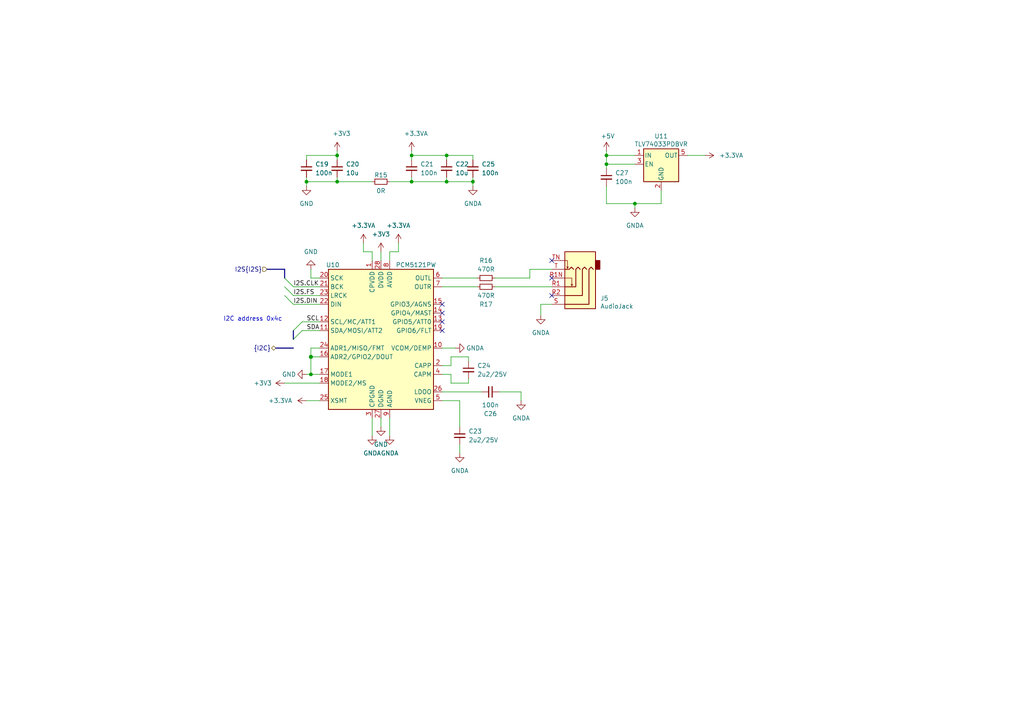
<source format=kicad_sch>
(kicad_sch (version 20210406) (generator eeschema)
  (paper "A4")
  (title_block (title "Audio") (date "2021-01-12") (rev "0.1") (company "Nabu Casa") (comment 1 "www.nabucasa.com") (comment 2 "Light Blue"))
  (lib_symbols
    (symbol "Audio:PCM5121PW"
      (property "Reference" "U" (at -13.97 21.59 0))
      (property "Value" "PCM5121PW" (at 10.16 21.59 0))
      (symbol "PCM5121PW_0_1"
        (rectangle (start -15.24 20.32) (end 15.24 -20.32) (stroke (width 0.254)) (fill (type background)))
      )
      (symbol "PCM5121PW_1_1"
        (pin power_in line (at -2.54 22.86 270) (length 2.54) (name "CPVDD") (number "1"))
        (pin bidirectional line (at 17.78 -2.54 180) (length 2.54) (name "VCOM/DEMP") (number "10"))
        (pin bidirectional line (at -17.78 2.54 0) (length 2.54) (name "SDA/MOSI/ATT2") (number "11"))
        (pin input line (at -17.78 5.08 0) (length 2.54) (name "SCL/MC/ATT1") (number "12"))
        (pin bidirectional line (at 17.78 5.08 180) (length 2.54) (name "GPIO5/ATT0") (number "13"))
        (pin bidirectional line (at 17.78 7.62 180) (length 2.54) (name "GPIO4/MAST") (number "14"))
        (pin bidirectional line (at 17.78 10.16 180) (length 2.54) (name "GPIO3/AGNS") (number "15"))
        (pin bidirectional line (at -17.78 -5.08 0) (length 2.54) (name "ADR2/GPIO2/DOUT") (number "16"))
        (pin input line (at -17.78 -10.16 0) (length 2.54) (name "MODE1") (number "17"))
        (pin input line (at -17.78 -12.7 0) (length 2.54) (name "MODE2/MS") (number "18"))
        (pin bidirectional line (at 17.78 2.54 180) (length 2.54) (name "GPIO6/FLT") (number "19"))
        (pin passive line (at 17.78 -7.62 180) (length 2.54) (name "CAPP") (number "2"))
        (pin input line (at -17.78 17.78 0) (length 2.54) (name "SCK") (number "20"))
        (pin bidirectional line (at -17.78 15.24 0) (length 2.54) (name "BCK") (number "21"))
        (pin input line (at -17.78 10.16 0) (length 2.54) (name "DIN") (number "22"))
        (pin bidirectional line (at -17.78 12.7 0) (length 2.54) (name "LRCK") (number "23"))
        (pin bidirectional line (at -17.78 -2.54 0) (length 2.54) (name "ADR1/MISO/FMT") (number "24"))
        (pin input line (at -17.78 -17.78 0) (length 2.54) (name "XSMT") (number "25"))
        (pin passive line (at 17.78 -15.24 180) (length 2.54) (name "LDOO") (number "26"))
        (pin power_in line (at 0 -22.86 90) (length 2.54) (name "DGND") (number "27"))
        (pin power_in line (at 0 22.86 270) (length 2.54) (name "DVDD") (number "28"))
        (pin power_in line (at -2.54 -22.86 90) (length 2.54) (name "CPGND") (number "3"))
        (pin passive line (at 17.78 -10.16 180) (length 2.54) (name "CAPM") (number "4"))
        (pin passive line (at 17.78 -17.78 180) (length 2.54) (name "VNEG") (number "5"))
        (pin output line (at 17.78 17.78 180) (length 2.54) (name "OUTL") (number "6"))
        (pin output line (at 17.78 15.24 180) (length 2.54) (name "OUTR") (number "7"))
        (pin power_in line (at 2.54 22.86 270) (length 2.54) (name "AVDD") (number "8"))
        (pin power_in line (at 2.54 -22.86 90) (length 2.54) (name "AGND") (number "9"))
      )
    )
    (symbol "Connector:AudioJack4_SwitchTR1"
      (property "Reference" "J" (at 0 11.43 0))
      (property "Value" "AudioJack4_SwitchTR1" (at 0 8.89 0))
      (symbol "AudioJack4_SwitchTR1_0_1"
        (rectangle (start -7.62 -5.08) (end -8.89 -7.62) (stroke (width 0.254)) (fill (type outline)))
        (rectangle (start 1.27 6.35) (end -7.62 -10.16) (stroke (width 0.254)) (fill (type background)))
        (polyline (pts (xy 1.27 -5.08) (xy 2.54 -5.08)))
        (polyline (pts (xy 1.27 2.54) (xy 2.54 2.54)))
        (polyline (pts (xy 2.54 0) (xy 1.27 0)))
        (polyline (pts (xy 2.54 5.08) (xy 1.27 5.08)))
      )
      (symbol "AudioJack4_SwitchTR1_1_1"
        (polyline (pts (xy -0.762 -0.254) (xy -0.508 -0.762)))
        (polyline (pts (xy 0.508 -5.334) (xy 0.762 -5.842)))
        (polyline (pts (xy -1.27 -5.08) (xy -0.635 -5.715) (xy 0 -5.08) (xy 1.27 -5.08)) (stroke (width 0.254)))
        (polyline (pts (xy 2.54 -7.62) (xy 0.508 -7.62) (xy 0.508 -5.334) (xy 0.254 -5.842)))
        (polyline (pts (xy 2.54 -2.54) (xy -0.762 -2.54) (xy -0.762 -0.254) (xy -1.016 -0.762)))
        (polyline (pts (xy -3.175 -5.08) (xy -2.54 -5.715) (xy -1.905 -5.08) (xy -1.905 0) (xy 1.27 0)) (stroke (width 0.254)))
        (polyline (pts (xy 1.27 2.54) (xy -3.81 2.54) (xy -3.81 -5.08) (xy -4.445 -5.715) (xy -5.08 -5.08)) (stroke (width 0.254)))
        (polyline (pts (xy 1.27 5.08) (xy -5.715 5.08) (xy -5.715 -5.08) (xy -6.35 -5.715) (xy -6.985 -5.08)) (stroke (width 0.254)))
        (pin passive line (at 5.08 0 180) (length 2.54) (name "~") (number "R1"))
        (pin passive line (at 5.08 -2.54 180) (length 2.54) (name "~") (number "R1N"))
        (pin passive line (at 5.08 2.54 180) (length 2.54) (name "~") (number "R2"))
        (pin passive line (at 5.08 5.08 180) (length 2.54) (name "~") (number "S"))
        (pin passive line (at 5.08 -5.08 180) (length 2.54) (name "~") (number "T"))
        (pin passive line (at 5.08 -7.62 180) (length 2.54) (name "~") (number "TN"))
      )
    )
    (symbol "Device:C_Small" (pin_numbers hide) (pin_names (offset 0.254) hide)
      (property "Reference" "C" (at 0.254 1.778 0))
      (property "Value" "C_Small" (at 0.254 -2.032 0))
      (symbol "C_Small_0_1"
        (polyline (pts (xy -1.524 -0.508) (xy 1.524 -0.508)) (stroke (width 0.3302)))
        (polyline (pts (xy -1.524 0.508) (xy 1.524 0.508)) (stroke (width 0.3048)))
      )
      (symbol "C_Small_1_1"
        (pin passive line (at 0 2.54 270) (length 2.032) (name "~") (number "1"))
        (pin passive line (at 0 -2.54 90) (length 2.032) (name "~") (number "2"))
      )
    )
    (symbol "Device:R_Small" (pin_numbers hide) (pin_names (offset 0.254) hide)
      (property "Reference" "R" (at 0.762 0.508 0))
      (property "Value" "R_Small" (at 0.762 -1.016 0))
      (symbol "R_Small_0_1"
        (rectangle (start -0.762 1.778) (end 0.762 -1.778) (stroke (width 0.2032)))
      )
      (symbol "R_Small_1_1"
        (pin passive line (at 0 2.54 270) (length 0.762) (name "~") (number "1"))
        (pin passive line (at 0 -2.54 90) (length 0.762) (name "~") (number "2"))
      )
    )
    (symbol "Regulator_Linear:TLV73333PDBV" (pin_names (offset 0.254))
      (property "Reference" "U" (at -3.81 5.715 0))
      (property "Value" "TLV73333PDBV" (at 0 5.715 0))
      (symbol "TLV73333PDBV_0_1"
        (rectangle (start -5.08 4.445) (end 5.08 -5.08) (stroke (width 0.254)) (fill (type background)))
      )
      (symbol "TLV73333PDBV_1_1"
        (pin power_in line (at -7.62 2.54 0) (length 2.54) (name "IN") (number "1"))
        (pin power_in line (at 0 -7.62 90) (length 2.54) (name "GND") (number "2"))
        (pin input line (at -7.62 0 0) (length 2.54) (name "EN") (number "3"))
        (pin no_connect line (at 5.08 0 180) (length 2.54) hide (name "NC") (number "4"))
        (pin power_out line (at 7.62 2.54 180) (length 2.54) (name "OUT") (number "5"))
      )
    )
    (symbol "power:+3.3V" (power) (pin_names (offset 0))
      (property "Value" "+3.3V" (at 0 3.556 0))
      (symbol "+3.3V_0_1"
        (polyline (pts (xy -0.762 1.27) (xy 0 2.54)))
        (polyline (pts (xy 0 0) (xy 0 2.54)))
        (polyline (pts (xy 0 2.54) (xy 0.762 1.27)))
      )
      (symbol "+3.3V_1_1"
        (pin power_in line (at 0 0 90) (length 0) hide (name "+3V3") (number "1"))
      )
    )
    (symbol "power:+3.3VA" (power) (pin_names (offset 0))
      (property "Value" "+3.3VA" (at 0 3.556 0))
      (symbol "+3.3VA_0_1"
        (polyline (pts (xy -0.762 1.27) (xy 0 2.54)))
        (polyline (pts (xy 0 0) (xy 0 2.54)))
        (polyline (pts (xy 0 2.54) (xy 0.762 1.27)))
      )
      (symbol "+3.3VA_1_1"
        (pin power_in line (at 0 0 90) (length 0) hide (name "+3.3VA") (number "1"))
      )
    )
    (symbol "power:+5V" (power) (pin_names (offset 0))
      (property "Value" "+5V" (at 0 3.556 0))
      (symbol "+5V_0_1"
        (polyline (pts (xy -0.762 1.27) (xy 0 2.54)))
        (polyline (pts (xy 0 0) (xy 0 2.54)))
        (polyline (pts (xy 0 2.54) (xy 0.762 1.27)))
      )
      (symbol "+5V_1_1"
        (pin power_in line (at 0 0 90) (length 0) hide (name "+5V") (number "1"))
      )
    )
    (symbol "power:GND" (power) (pin_names (offset 0))
      (property "Value" "GND" (at 0 -3.81 0))
      (symbol "GND_0_1"
        (polyline (pts (xy 0 0) (xy 0 -1.27) (xy 1.27 -1.27) (xy 0 -2.54) (xy -1.27 -1.27) (xy 0 -1.27)))
      )
      (symbol "GND_1_1"
        (pin power_in line (at 0 0 270) (length 0) hide (name "GND") (number "1"))
      )
    )
    (symbol "power:GNDA" (power) (pin_names (offset 0))
      (property "Value" "GNDA" (at 0 -3.81 0))
      (symbol "GNDA_0_1"
        (polyline (pts (xy 0 0) (xy 0 -1.27) (xy 1.27 -1.27) (xy 0 -2.54) (xy -1.27 -1.27) (xy 0 -1.27)))
      )
      (symbol "GNDA_1_1"
        (pin power_in line (at 0 0 270) (length 0) hide (name "GNDA") (number "1"))
      )
    )
  )
  (bus_alias "I2S" (members "CLK" "FS" "DIN"))
  (junction (at 88.9 52.705) (diameter 0.9144))
  (junction (at 90.17 103.505) (diameter 1.016))
  (junction (at 90.17 108.585) (diameter 0.9144))
  (junction (at 97.79 45.085) (diameter 0.9144))
  (junction (at 97.79 52.705) (diameter 0.9144))
  (junction (at 119.38 45.085) (diameter 0.9144))
  (junction (at 119.38 52.705) (diameter 0.9144))
  (junction (at 129.54 45.085) (diameter 0.9144))
  (junction (at 129.54 52.705) (diameter 0.9144))
  (junction (at 137.16 52.705) (diameter 0.9144))
  (junction (at 175.895 45.085) (diameter 0.9144))
  (junction (at 175.895 47.625) (diameter 0.9144))
  (junction (at 184.15 59.055) (diameter 0.9144))
  (no_connect (at 128.27 88.265))
  (no_connect (at 128.27 90.805))
  (no_connect (at 128.27 93.345))
  (no_connect (at 128.27 95.885))
  (no_connect (at 160.02 75.565))
  (no_connect (at 160.02 80.645))
  (no_connect (at 160.02 85.725))
  (bus_entry (at 82.55 80.645) (size 2.54 2.54) (stroke (width 0.1524)))
  (bus_entry (at 82.55 83.185) (size 2.54 2.54) (stroke (width 0.1524)))
  (bus_entry (at 82.55 85.725) (size 2.54 2.54) (stroke (width 0.1524)))
  (bus_entry (at 85.09 95.885) (size 2.54 -2.54) (stroke (width 0.1524)))
  (bus_entry (at 85.09 98.425) (size 2.54 -2.54) (stroke (width 0.1524)))
  (wire (pts (xy 82.55 111.125) (xy 92.71 111.125)))
  (wire (pts (xy 85.09 83.185) (xy 92.71 83.185)))
  (wire (pts (xy 85.09 85.725) (xy 92.71 85.725)))
  (wire (pts (xy 85.09 88.265) (xy 92.71 88.265)))
  (wire (pts (xy 87.63 93.345) (xy 92.71 93.345)))
  (wire (pts (xy 87.63 95.885) (xy 92.71 95.885)))
  (wire (pts (xy 88.9 45.085) (xy 97.79 45.085)))
  (wire (pts (xy 88.9 46.355) (xy 88.9 45.085)))
  (wire (pts (xy 88.9 51.435) (xy 88.9 52.705)))
  (wire (pts (xy 88.9 52.705) (xy 88.9 53.975)))
  (wire (pts (xy 88.9 52.705) (xy 97.79 52.705)))
  (wire (pts (xy 88.9 108.585) (xy 90.17 108.585)))
  (wire (pts (xy 88.9 116.205) (xy 92.71 116.205)))
  (wire (pts (xy 90.17 78.105) (xy 90.17 80.645)))
  (wire (pts (xy 90.17 100.965) (xy 90.17 103.505)))
  (wire (pts (xy 90.17 103.505) (xy 90.17 108.585)))
  (wire (pts (xy 92.71 80.645) (xy 90.17 80.645)))
  (wire (pts (xy 92.71 100.965) (xy 90.17 100.965)))
  (wire (pts (xy 92.71 103.505) (xy 90.17 103.505)))
  (wire (pts (xy 92.71 108.585) (xy 90.17 108.585)))
  (wire (pts (xy 97.79 43.815) (xy 97.79 45.085)))
  (wire (pts (xy 97.79 45.085) (xy 97.79 46.355)))
  (wire (pts (xy 97.79 51.435) (xy 97.79 52.705)))
  (wire (pts (xy 97.79 52.705) (xy 107.95 52.705)))
  (wire (pts (xy 105.41 73.025) (xy 105.41 70.485)))
  (wire (pts (xy 107.95 73.025) (xy 105.41 73.025)))
  (wire (pts (xy 107.95 75.565) (xy 107.95 73.025)))
  (wire (pts (xy 107.95 121.285) (xy 107.95 126.365)))
  (wire (pts (xy 110.49 75.565) (xy 110.49 73.025)))
  (wire (pts (xy 110.49 121.285) (xy 110.49 123.825)))
  (wire (pts (xy 113.03 52.705) (xy 119.38 52.705)))
  (wire (pts (xy 113.03 73.025) (xy 115.57 73.025)))
  (wire (pts (xy 113.03 75.565) (xy 113.03 73.025)))
  (wire (pts (xy 113.03 121.285) (xy 113.03 126.365)))
  (wire (pts (xy 115.57 73.025) (xy 115.57 70.485)))
  (wire (pts (xy 119.38 43.815) (xy 119.38 45.085)))
  (wire (pts (xy 119.38 45.085) (xy 119.38 46.355)))
  (wire (pts (xy 119.38 45.085) (xy 129.54 45.085)))
  (wire (pts (xy 119.38 51.435) (xy 119.38 52.705)))
  (wire (pts (xy 119.38 52.705) (xy 129.54 52.705)))
  (wire (pts (xy 128.27 80.645) (xy 138.43 80.645)))
  (wire (pts (xy 128.27 83.185) (xy 138.43 83.185)))
  (wire (pts (xy 128.27 100.965) (xy 132.08 100.965)))
  (wire (pts (xy 128.27 106.045) (xy 130.81 106.045)))
  (wire (pts (xy 128.27 108.585) (xy 130.81 108.585)))
  (wire (pts (xy 128.27 113.665) (xy 139.7 113.665)))
  (wire (pts (xy 128.27 116.205) (xy 133.35 116.205)))
  (wire (pts (xy 129.54 45.085) (xy 129.54 46.355)))
  (wire (pts (xy 129.54 52.705) (xy 129.54 51.435)))
  (wire (pts (xy 129.54 52.705) (xy 137.16 52.705)))
  (wire (pts (xy 130.81 103.505) (xy 135.89 103.505)))
  (wire (pts (xy 130.81 106.045) (xy 130.81 103.505)))
  (wire (pts (xy 130.81 108.585) (xy 130.81 111.125)))
  (wire (pts (xy 130.81 111.125) (xy 135.89 111.125)))
  (wire (pts (xy 133.35 116.205) (xy 133.35 123.825)))
  (wire (pts (xy 133.35 128.905) (xy 133.35 131.445)))
  (wire (pts (xy 135.89 103.505) (xy 135.89 104.775)))
  (wire (pts (xy 135.89 111.125) (xy 135.89 109.855)))
  (wire (pts (xy 137.16 45.085) (xy 129.54 45.085)))
  (wire (pts (xy 137.16 46.355) (xy 137.16 45.085)))
  (wire (pts (xy 137.16 51.435) (xy 137.16 52.705)))
  (wire (pts (xy 137.16 52.705) (xy 137.16 53.975)))
  (wire (pts (xy 143.51 80.645) (xy 153.67 80.645)))
  (wire (pts (xy 143.51 83.185) (xy 160.02 83.185)))
  (wire (pts (xy 144.78 113.665) (xy 151.13 113.665)))
  (wire (pts (xy 151.13 113.665) (xy 151.13 116.205)))
  (wire (pts (xy 153.67 78.105) (xy 160.02 78.105)))
  (wire (pts (xy 153.67 80.645) (xy 153.67 78.105)))
  (wire (pts (xy 156.845 88.265) (xy 160.02 88.265)))
  (wire (pts (xy 156.845 91.44) (xy 156.845 88.265)))
  (wire (pts (xy 175.895 43.815) (xy 175.895 45.085)))
  (wire (pts (xy 175.895 45.085) (xy 175.895 47.625)))
  (wire (pts (xy 175.895 45.085) (xy 184.15 45.085)))
  (wire (pts (xy 175.895 47.625) (xy 175.895 48.895)))
  (wire (pts (xy 175.895 47.625) (xy 184.15 47.625)))
  (wire (pts (xy 175.895 53.975) (xy 175.895 59.055)))
  (wire (pts (xy 175.895 59.055) (xy 184.15 59.055)))
  (wire (pts (xy 184.15 59.055) (xy 184.15 60.325)))
  (wire (pts (xy 184.15 59.055) (xy 191.77 59.055)))
  (wire (pts (xy 191.77 59.055) (xy 191.77 55.245)))
  (wire (pts (xy 199.39 45.085) (xy 204.47 45.085)))
  (bus (pts (xy 77.47 78.105) (xy 82.55 78.105)))
  (bus (pts (xy 80.01 100.965) (xy 85.09 100.965)))
  (bus (pts (xy 82.55 78.105) (xy 82.55 85.725)))
  (bus (pts (xy 85.09 95.885) (xy 85.09 100.965)))
  (text "I2C address 0x4c" (at 64.77 93.345 0) (effects (font (size 1.27 1.27)) (justify left bottom)))
  (label "I2S.CLK" (at 85.09 83.185 0))
  (label "I2S.FS" (at 85.09 85.725 0))
  (label "I2S.DIN" (at 85.09 88.265 0))
  (label "SCL" (at 88.9 93.345 0))
  (label "SDA" (at 88.9 95.885 0))
  (hierarchical_label "I2S{I2S}" (shape input) (at 77.47 78.105 180))
  (hierarchical_label "{I2C}" (shape bidirectional) (at 80.01 100.965 180))
  (symbol (lib_id "power:+3.3V") (at 82.55 111.125 90) (unit 1)
    (property "Reference" "#PWR0157" (effects hide))
    (property "Value" "+3.3V" (at 76.2 111.125 90))
  )
  (symbol (lib_id "power:+3.3VA") (at 88.9 116.205 90) (unit 1)
    (property "Reference" "#PWR0158" (effects hide))
    (property "Value" "+3.3VA" (at 81.28 116.205 90))
  )
  (symbol (lib_id "power:+3.3V") (at 97.79 43.815 0) (unit 1)
    (property "Reference" "#PWR0164" (effects hide))
    (property "Value" "+3.3V" (at 99.06 38.735 0))
  )
  (symbol (lib_id "power:+3.3VA") (at 105.41 70.485 0) (unit 1)
    (property "Reference" "#PWR0161" (effects hide))
    (property "Value" "+3.3VA" (at 105.41 65.405 0))
  )
  (symbol (lib_id "power:+3.3V") (at 110.49 73.025 0) (unit 1)
    (property "Reference" "#PWR0162" (effects hide))
    (property "Value" "+3.3V" (at 110.49 67.945 0))
  )
  (symbol (lib_id "power:+3.3VA") (at 115.57 70.485 0) (unit 1)
    (property "Reference" "#PWR0163" (effects hide))
    (property "Value" "+3.3VA" (at 115.57 65.405 0))
  )
  (symbol (lib_id "power:+3.3VA") (at 119.38 43.815 0) (unit 1)
    (property "Reference" "#PWR0165" (effects hide))
    (property "Value" "+3.3VA" (at 120.65 38.735 0))
  )
  (symbol (lib_id "power:+5V") (at 175.895 43.815 0) (unit 1)
    (property "Reference" "#PWR0175" (effects hide))
    (property "Value" "+5V" (at 176.2633 39.4906 0))
  )
  (symbol (lib_id "power:+3.3VA") (at 204.47 45.085 270) (unit 1)
    (property "Reference" "#PWR0178" (effects hide))
    (property "Value" "+3.3VA" (at 212.09 45.085 90))
  )
  (symbol (lib_id "power:GND") (at 88.9 53.975 0) (unit 1)
    (property "Reference" "#PWR0166" (effects hide))
    (property "Value" "GND" (at 88.9 59.055 0))
  )
  (symbol (lib_id "power:GND") (at 88.9 108.585 270) (unit 1)
    (property "Reference" "#PWR0159" (effects hide))
    (property "Value" "GND" (at 83.82 108.585 90))
  )
  (symbol (lib_id "power:GND") (at 90.17 78.105 180) (unit 1)
    (property "Reference" "#PWR0160" (effects hide))
    (property "Value" "GND" (at 90.17 73.025 0))
  )
  (symbol (lib_id "power:GNDA") (at 107.95 126.365 0) (unit 1)
    (property "Reference" "#PWR0168" (effects hide))
    (property "Value" "GNDA" (at 107.95 131.445 0))
  )
  (symbol (lib_id "power:GND") (at 110.49 123.825 0) (unit 1)
    (property "Reference" "#PWR0169" (effects hide))
    (property "Value" "GND" (at 110.49 128.905 0))
  )
  (symbol (lib_id "power:GNDA") (at 113.03 126.365 0) (unit 1)
    (property "Reference" "#PWR0170" (effects hide))
    (property "Value" "GNDA" (at 113.03 131.445 0))
  )
  (symbol (lib_id "power:GNDA") (at 132.08 100.965 90) (unit 1)
    (property "Reference" "#PWR0171" (effects hide))
    (property "Value" "GNDA" (at 137.795 100.965 90))
  )
  (symbol (lib_id "power:GNDA") (at 133.35 131.445 0) (unit 1)
    (property "Reference" "#PWR0172" (effects hide))
    (property "Value" "GNDA" (at 133.35 136.525 0))
  )
  (symbol (lib_id "power:GNDA") (at 137.16 53.975 0) (unit 1)
    (property "Reference" "#PWR0174" (effects hide))
    (property "Value" "GNDA" (at 137.16 59.055 0))
  )
  (symbol (lib_id "power:GNDA") (at 151.13 116.205 0) (unit 1)
    (property "Reference" "#PWR0173" (effects hide))
    (property "Value" "GNDA" (at 151.13 121.285 0))
  )
  (symbol (lib_id "power:GNDA") (at 156.845 91.44 0) (unit 1)
    (property "Reference" "#PWR0167" (effects hide))
    (property "Value" "GNDA" (at 156.845 96.52 0))
  )
  (symbol (lib_id "power:GNDA") (at 184.15 60.325 0) (unit 1)
    (property "Reference" "#PWR0176" (effects hide))
    (property "Value" "GNDA" (at 184.15 65.405 0))
  )
  (symbol (lib_id "Device:R_Small") (at 110.49 52.705 270) (unit 1)
    (property "Reference" "R15" (at 110.49 50.7938 90))
    (property "Value" "0R" (at 110.49 55.353 90))
    (property "Footprint" "Resistor_SMD:R_0402_1005Metric" (effects hide))
    (property "Config" "+Audio" (effects hide))
  )
  (symbol (lib_id "Device:R_Small") (at 140.97 80.645 90) (unit 1)
    (property "Reference" "R16" (at 140.97 75.565 90))
    (property "Value" "470R" (at 140.97 78.105 90))
    (property "Footprint" "Resistor_SMD:R_0402_1005Metric" (effects hide))
    (property "Config" "+Audio" (effects hide))
  )
  (symbol (lib_id "Device:R_Small") (at 140.97 83.185 90) (unit 1)
    (property "Reference" "R17" (at 140.97 88.265 90))
    (property "Value" "470R" (at 140.97 85.725 90))
    (property "Footprint" "Resistor_SMD:R_0402_1005Metric" (effects hide))
    (property "Config" "+Audio" (effects hide))
  )
  (symbol (lib_id "Device:C_Small") (at 88.9 48.895 0) (unit 1)
    (property "Reference" "C19" (at 91.44 47.625 0) (effects (justify left)))
    (property "Value" "100n" (at 91.44 50.165 0) (effects (justify left)))
    (property "Footprint" "Capacitor_SMD:C_0402_1005Metric" (effects hide))
    (property "Config" "+Audio" (effects hide))
  )
  (symbol (lib_id "Device:C_Small") (at 97.79 48.895 0) (unit 1)
    (property "Reference" "C20" (at 100.33 47.625 0) (effects (justify left)))
    (property "Value" "10u" (at 100.33 50.165 0) (effects (justify left)))
    (property "Footprint" "Capacitor_SMD:C_0805_2012Metric" (effects hide))
    (property "Config" "+Audio" (effects hide))
  )
  (symbol (lib_id "Device:C_Small") (at 119.38 48.895 0) (unit 1)
    (property "Reference" "C21" (at 121.92 47.625 0) (effects (justify left)))
    (property "Value" "100n" (at 121.92 50.165 0) (effects (justify left)))
    (property "Footprint" "Capacitor_SMD:C_0402_1005Metric" (effects hide))
    (property "Config" "+Audio" (effects hide))
  )
  (symbol (lib_id "Device:C_Small") (at 129.54 48.895 0) (unit 1)
    (property "Reference" "C22" (at 132.08 47.625 0) (effects (justify left)))
    (property "Value" "10u" (at 132.08 50.165 0) (effects (justify left)))
    (property "Footprint" "Capacitor_SMD:C_0805_2012Metric" (effects hide))
    (property "Config" "+Audio" (effects hide))
  )
  (symbol (lib_id "Device:C_Small") (at 133.35 126.365 0) (mirror y) (unit 1)
    (property "Reference" "C23" (at 135.89 125.095 0) (effects (justify right)))
    (property "Value" "2u2/25V" (at 135.89 127.635 0) (effects (justify right)))
    (property "Footprint" "Capacitor_SMD:C_0402_1005Metric" (effects hide))
    (property "Config" "+Audio" (effects hide))
  )
  (symbol (lib_id "Device:C_Small") (at 135.89 107.315 0) (unit 1)
    (property "Reference" "C24" (at 138.43 106.045 0) (effects (justify left)))
    (property "Value" "2u2/25V" (at 138.43 108.585 0) (effects (justify left)))
    (property "Footprint" "Capacitor_SMD:C_0402_1005Metric" (effects hide))
    (property "Config" "+Audio" (effects hide))
  )
  (symbol (lib_id "Device:C_Small") (at 137.16 48.895 0) (unit 1)
    (property "Reference" "C25" (at 139.7 47.625 0) (effects (justify left)))
    (property "Value" "100n" (at 139.7 50.165 0) (effects (justify left)))
    (property "Footprint" "Capacitor_SMD:C_0402_1005Metric" (effects hide))
    (property "Config" "+Audio" (effects hide))
  )
  (symbol (lib_id "Device:C_Small") (at 142.24 113.665 270) (unit 1)
    (property "Reference" "C26" (at 142.24 120.015 90))
    (property "Value" "100n" (at 142.24 117.475 90))
    (property "Footprint" "Capacitor_SMD:C_0402_1005Metric" (effects hide))
    (property "Config" "+Audio" (effects hide))
  )
  (symbol (lib_id "Device:C_Small") (at 175.895 51.435 0) (unit 1)
    (property "Reference" "C27" (at 178.435 50.165 0) (effects (justify left)))
    (property "Value" "100n" (at 178.435 52.705 0) (effects (justify left)))
    (property "Footprint" "Capacitor_SMD:C_0402_1005Metric" (effects hide))
  )
  (symbol (lib_id "Regulator_Linear:TLV73333PDBV") (at 191.77 47.625 0) (unit 1)
    (property "Reference" "U11" (at 191.77 39.5032 0))
    (property "Value" "TLV74033PDBVR" (at 191.77 41.8019 0))
    (property "Footprint" "Package_TO_SOT_SMD:SOT-23-5" (effects hide))
    (property "Datasheet" "https://media.digikey.com/pdf/Data%20Sheets/TDK%20PDFs/TLV740P_DS.pdf" (effects hide))
    (property "Manufacturer" "Texas Instruments" (effects hide))
    (property "PartNumber" "TLV74033PDBVR" (effects hide))
    (property "Config" "+Audio" (effects hide))
  )
  (symbol (lib_id "Connector:AudioJack4_SwitchTR1") (at 165.1 83.185 180) (unit 1)
    (property "Reference" "J5" (at 174.1171 86.5314 0) (effects (justify right)))
    (property "Value" "AudioJack" (at 174.117 88.83 0) (effects (justify right)))
    (property "Footprint" "LightBlue:Jack_3.5mm_HRO_PJ-3973-6A_Horizontal" (effects hide))
    (property "Datasheet" "https://datasheet.lcsc.com/szlcsc/2009061735_Korean-Hroparts-Elec-PJ-3973-6A_C707261.pdf" (effects hide))
    (property "Manufacturer" "HRO" (effects hide))
    (property "PartNumber" "PJ-3973-6A" (effects hide))
    (property "Config" "+Audio" (effects hide))
  )
  (symbol (lib_id "Audio:PCM5121PW") (at 110.49 98.425 0) (unit 1)
    (property "Reference" "U10" (at 96.52 76.835 0))
    (property "Value" "PCM5121PW" (at 120.65 76.835 0))
    (property "Footprint" "Package_SO:TSSOP-28_4.4x9.7mm_P0.65mm" (effects hide))
    (property "Datasheet" "http://www.ti.com/lit/ds/symlink/pcm5121.pdf" (effects hide))
    (property "Manufacturer" "Texas Instruments" (effects hide))
    (property "PartNumber" "PCM5121PWR" (effects hide))
    (property "Config" "+Audio" (effects hide))
  )
)
</source>
